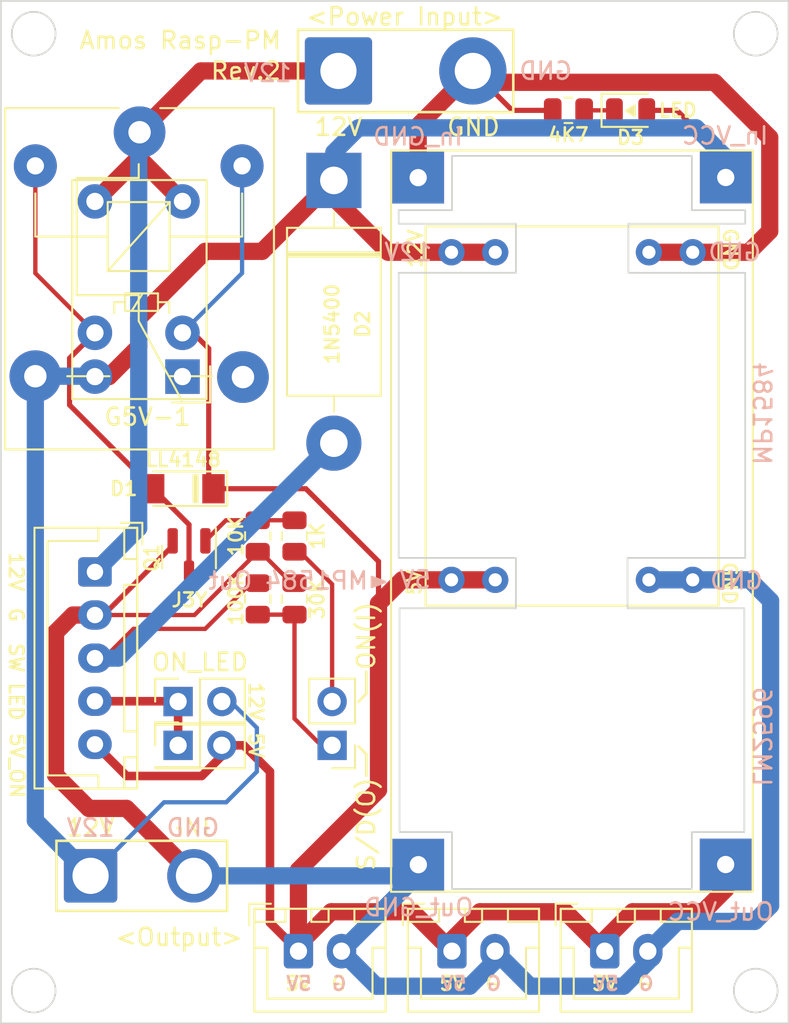
<source format=kicad_pcb>
(kicad_pcb (version 20211014) (generator pcbnew)
  (title_block (title "Raspberry Pie Power Module") (date "2023-01-26") (rev "2") (company "Amos Home"))
  (layers (0 "F.Cu" signal) (31 "B.Cu" signal) (34 "B.Paste" user) (35 "F.Paste" user) (36 "B.SilkS" user "B.Silkscreen") (37 "F.SilkS" user "F.Silkscreen") (38 "B.Mask" user) (39 "F.Mask" user) (44 "Edge.Cuts" user))
  (net 0 "")
  (net 2 "Relay_Coil_2")
  (net 3 "5V_ON")
  (net 4 "12V_ON")
  (net 5 "InGND")
  (net 6 "/SWITCH")
  (net 7 "Net-(D3-Pad1)")
  (net 8 "/ON_LED")
  (net 9 "/POWER_SIG")
  (net 10 "/SHUTDOWN")
  (net 11 "Relay_In")
  (net 12 "Net-(Q1-Pad1)")
  (footprint "rasp_power_module:MP1584_dcdc_module" (layer "F.Cu") (at 163.449 70.485 -90)
    (fp_text reference "DCDC1" hide)
    (fp_text value "MP1584_module")
    (fp_rect (start 0 0) (end 22 17) (layer "F.SilkS") (width 0.12) (fill none))
    (pad "1" thru_hole circle (at 1.5 12.96 270) (size 1.524 1.524) (drill 0.762) (layers *.Cu *.Mask) (net 4 "12V_ON"))
    (pad "1" thru_hole circle (at 1.5 15.5 270) (size 1.524 1.524) (drill 0.762) (layers *.Cu *.Mask) (net 4 "12V_ON"))
    (pad "2" thru_hole circle (at 1.5 4.04 270) (size 1.524 1.524) (drill 0.762) (layers *.Cu *.Mask) (net 5 "InGND"))
    (pad "2" thru_hole circle (at 1.5 1.5 270) (size 1.524 1.524) (drill 0.762) (layers *.Cu *.Mask) (net 5 "InGND"))
    (pad "3" thru_hole circle (at 20.5 15.5 270) (size 1.524 1.524) (drill 0.762) (layers *.Cu *.Mask) (net 3 "5V_ON"))
    (pad "3" thru_hole circle (at 20.5 12.96 270) (size 1.524 1.524) (drill 0.762) (layers *.Cu *.Mask) (net 3 "5V_ON"))
    (pad "4" thru_hole circle (at 20.5 4.04 270) (size 1.524 1.524) (drill 0.762) (layers *.Cu *.Mask) (net 5 "InGND"))
    (pad "4" thru_hole circle (at 20.5 1.5 270) (size 1.524 1.524) (drill 0.762) (layers *.Cu *.Mask) (net 5 "InGND"))
  )
  (footprint "Resistor_SMD:R_0805_2012Metric" (layer "F.Cu") (at 138.8364 88.4428 90)
    (fp_text reference "R1" hide)
    (fp_text value "1K" (at 0 1.3208 90) (layer "F.SilkS") (effects (font (size 0.8 0.8))))
    (fp_line (start -0.227064 0.735) (end 0.227064 0.735) (layer "F.SilkS") (width 0.12))
    (fp_line (start -0.227064 -0.735) (end 0.227064 -0.735) (layer "F.SilkS") (width 0.12))
    (pad "1" smd roundrect (at -0.9125 0 90) (size 1.025 1.4) (layers "F.Cu" "F.Paste" "F.Mask") (roundrect_rratio 0.243902439) (net 9 "/POWER_SIG"))
    (pad "2" smd roundrect (at 0.9125 0 90) (size 1.025 1.4) (layers "F.Cu" "F.Paste" "F.Mask") (roundrect_rratio 0.243902439) (net 12 "Net-(Q1-Pad1)"))
  )
  (footprint "rasp_power_module:LM2596_dcdc_module" (layer "F.Cu") (at 154.94 87.5792 -90)
    (fp_text reference "DCDC2" hide)
    (fp_text value "LM2596_module")
    (fp_rect (start -21.5 -10.5) (end 21.5 10.5) (layer "F.SilkS") (width 0.12) (fill none))
    (pad "1" thru_hole rect (at -19.930917 -8.927728 270) (size 3 3) (drill 1) (layers *.Cu *.Mask) (net 4 "12V_ON"))
    (pad "2" thru_hole rect (at -19.922188 8.92511 270) (size 3 3) (drill 1) (layers *.Cu *.Mask) (net 5 "InGND"))
    (pad "3" thru_hole rect (at 19.917173 -8.922444 270) (size 3 3) (drill 1) (layers *.Cu *.Mask) (net 3 "5V_ON"))
    (pad "4" thru_hole rect (at 19.926735 8.915783 270) (size 3 3) (drill 1) (layers *.Cu *.Mask) (net 5 "InGND"))
  )
  (footprint "Connector_PinHeader_2.54mm:PinHeader_2x01_P2.54mm_Vertical" (layer "F.Cu") (at 132.08 98.044)
    (fp_text reference "JP1" hide)
    (fp_text value "Jumper_2_Open" hide)
    (fp_line (start -1.33 1.27) (end 1.27 1.27) (layer "F.SilkS") (width 0.12))
    (fp_line (start 1.27 1.27) (end 1.27 -1.33) (layer "F.SilkS") (width 0.12))
    (fp_line (start -1.33 0) (end -1.33 -1.33) (layer "F.SilkS") (width 0.12))
    (fp_line (start -1.33 -1.33) (end 0 -1.33) (layer "F.SilkS") (width 0.12))
    (fp_line (start -1.33 1.27) (end -1.33 1.33) (layer "F.SilkS") (width 0.12))
    (fp_line (start -1.33 1.33) (end 3.87 1.33) (layer "F.SilkS") (width 0.12))
    (fp_line (start 3.87 -1.33) (end 3.87 1.33) (layer "F.SilkS") (width 0.12))
    (fp_line (start 1.27 -1.33) (end 3.87 -1.33) (layer "F.SilkS") (width 0.12))
    (pad "1" thru_hole rect (at 0 0) (size 1.7 1.7) (drill 1) (layers *.Cu *.Mask) (net 8 "/ON_LED"))
    (pad "2" thru_hole oval (at 2.54 0) (size 1.7 1.7) (drill 1) (layers *.Cu *.Mask) (net 4 "12V_ON"))
  )
  (footprint "Resistor_SMD:R_0805_2012Metric" (layer "F.Cu") (at 138.8364 92.0896 -90)
    (fp_text reference "R4" hide)
    (fp_text value "30K" (at 0.0108 -1.3208 -90) (layer "F.SilkS") (effects (font (size 0.8 0.8))))
    (fp_line (start -0.227064 -0.735) (end 0.227064 -0.735) (layer "F.SilkS") (width 0.12))
    (fp_line (start -0.227064 0.735) (end 0.227064 0.735) (layer "F.SilkS") (width 0.12))
    (pad "1" smd roundrect (at -0.9125 0 270) (size 1.025 1.4) (layers "F.Cu" "F.Paste" "F.Mask") (roundrect_rratio 0.243902439) (net 5 "InGND"))
    (pad "2" smd roundrect (at 0.9125 0 270) (size 1.025 1.4) (layers "F.Cu" "F.Paste" "F.Mask") (roundrect_rratio 0.243902439) (net 10 "/SHUTDOWN"))
  )
  (footprint "Connector_Wire:SolderWire-1.5sqmm_1x02_P6mm_D1.7mm_OD3mm" (layer "F.Cu") (at 127 108.1532)
    (fp_text reference "J5")
    (fp_text value "Conn_01x02" hide)
    (pad "1" thru_hole roundrect (at 0 0) (size 3.1 3.1) (drill 2.1) (layers *.Cu *.Mask) (roundrect_rratio 0.08064483871) (net 4 "12V_ON"))
    (pad "2" thru_hole circle (at 6 0) (size 3.1 3.1) (drill 2.1) (layers *.Cu *.Mask) (net 5 "InGND"))
  )
  (footprint "Diode_THT:D_DO-201AD_P15.24mm_Horizontal" (layer "F.Cu") (at 141.1224 67.818 -90)
    (fp_text reference "D2" (at 8.3312 -1.6764 -90) (layer "F.SilkS") (effects (font (size 0.8 0.8))))
    (fp_text value "1N5400" (at 8.3312 0.1016 -90) (layer "F.SilkS") (effects (font (size 0.8 0.8))))
    (fp_line (start 1.84 0) (end 2.75 0) (layer "F.SilkS") (width 0.12))
    (fp_line (start 2.75 2.72) (end 12.49 2.72) (layer "F.SilkS") (width 0.12))
    (fp_line (start 12.49 -2.72) (end 2.75 -2.72) (layer "F.SilkS") (width 0.12))
    (fp_line (start 13.4 0) (end 12.49 0) (layer "F.SilkS") (width 0.12))
    (fp_line (start 4.415 -2.72) (end 4.415 2.72) (layer "F.SilkS") (width 0.12))
    (fp_line (start 4.295 -2.72) (end 4.295 2.72) (layer "F.SilkS") (width 0.12))
    (fp_line (start 4.175 -2.72) (end 4.175 2.72) (layer "F.SilkS") (width 0.12))
    (fp_line (start 12.49 2.72) (end 12.49 -2.72) (layer "F.SilkS") (width 0.12))
    (fp_line (start 2.75 -2.72) (end 2.75 2.72) (layer "F.SilkS") (width 0.12))
    (pad "1" thru_hole rect (at 0 0 270) (size 3.2 3.2) (drill 1.6) (layers *.Cu *.Mask) (net 4 "12V_ON"))
    (pad "2" thru_hole oval (at 15.24 0 270) (size 3.2 3.2) (drill 1.6) (layers *.Cu *.Mask) (net 6 "/SWITCH"))
  )
  (footprint "Resistor_SMD:R_0805_2012Metric" (layer "F.Cu") (at 136.7028 88.4428 90)
    (fp_text reference "R2" hide)
    (fp_text value "10K" (at 0 -1.27 90) (layer "F.SilkS") (effects (font (size 0.8 0.8))))
    (fp_line (start -0.227064 -0.735) (end 0.227064 -0.735) (layer "F.SilkS") (width 0.12))
    (fp_line (start -0.227064 0.735) (end 0.227064 0.735) (layer "F.SilkS") (width 0.12))
    (pad "1" smd roundrect (at -0.9125 0 90) (size 1.025 1.4) (layers "F.Cu" "F.Paste" "F.Mask") (roundrect_rratio 0.243902439) (net 5 "InGND"))
    (pad "2" smd roundrect (at 0.9125 0 90) (size 1.025 1.4) (layers "F.Cu" "F.Paste" "F.Mask") (roundrect_rratio 0.243902439) (net 12 "Net-(Q1-Pad1)"))
  )
  (footprint "Connector_PinHeader_2.54mm:PinHeader_1x02_P2.54mm_Vertical" (layer "F.Cu") (at 141.0208 100.584 180)
    (fp_text reference "J3" hide)
    (fp_text value "Conn_01x02" hide)
    (fp_line (start -1.33 0) (end -1.33 -1.33) (layer "F.SilkS") (width 0.12))
    (fp_line (start -1.33 1.27) (end -1.33 3.87) (layer "F.SilkS") (width 0.12))
    (fp_line (start -1.33 1.27) (end 1.33 1.27) (layer "F.SilkS") (width 0.12))
    (fp_line (start -1.33 -1.33) (end 0 -1.33) (layer "F.SilkS") (width 0.12))
    (fp_line (start 1.33 1.27) (end 1.33 3.87) (layer "F.SilkS") (width 0.12))
    (fp_line (start -1.33 3.87) (end 1.33 3.87) (layer "F.SilkS") (width 0.12))
    (pad "1" thru_hole rect (at 0 0 180) (size 1.7 1.7) (drill 1) (layers *.Cu *.Mask) (net 10 "/SHUTDOWN"))
    (pad "2" thru_hole oval (at 0 2.54 180) (size 1.7 1.7) (drill 1) (layers *.Cu *.Mask) (net 9 "/POWER_SIG"))
  )
  (footprint "Relay_THT:Relay_SPDT_Omron_G5V-1" (layer "F.Cu") (at 132.334 79.1972 180)
    (fp_text reference "K1" hide)
    (fp_text value "G5V-1")
    (fp_line (start 0.762 3.683) (end 0.762 4.318) (layer "F.SilkS") (width 0.12))
    (fp_line (start -1.4 11.4) (end -1.4 -1.3) (layer "F.SilkS") (width 0.12))
    (fp_line (start 3.327 3.81) (end 1.422 3.81) (layer "F.SilkS") (width 0.12))
    (fp_line (start 6.4 11.4) (end -1.4 11.4) (layer "F.SilkS") (width 0.12))
    (fp_line (start 3.962 3.683) (end 3.962 4.318) (layer "F.SilkS") (width 0.12))
    (fp_line (start 3.962 4.318) (end 3.327 4.318) (layer "F.SilkS") (width 0.12))
    (fp_line (start 1.422 3.81) (end 1.422 4.826) (layer "F.SilkS") (width 0.12))
    (fp_line (start 1.422 4.826) (end 3.327 4.826) (layer "F.SilkS") (width 0.12))
    (fp_line (start 2.946 3.81) (end 2.311 4.826) (layer "F.SilkS") (width 0.12))
    (fp_line (start 6.4 -1.3) (end 6.4 11.4) (layer "F.SilkS") (width 0.12))
    (fp_line (start -1.6 -1.5) (end 0.6 -1.5) (layer "F.SilkS") (width 0.12))
    (fp_line (start -1.6 0.6) (end -1.6 -1.5) (layer "F.SilkS") (width 0.12))
    (fp_line (start -1.4 -1.3) (end 6.4 -1.3) (layer "F.SilkS") (width 0.12))
    (fp_line (start 3.327 3.81) (end 3.327 4.826) (layer "F.SilkS") (width 0.12))
    (fp_line (start 0.762 4.318) (end 1.422 4.318) (layer "F.SilkS") (width 0.12))
    (pad "1" thru_hole rect (at 0 0 180) (size 2 2) (drill 1) (layers *.Cu *.Mask))
    (pad "2" thru_hole circle (at 0 2.54 180) (size 2 2) (drill 1) (layers *.Cu *.Mask) (net 3 "5V_ON"))
    (pad "5" thru_hole circle (at 0 10.16 180) (size 2 2) (drill 1) (layers *.Cu *.Mask) (net 11 "Relay_In"))
    (pad "6" thru_hole circle (at 5.08 10.16 180) (size 2 2) (drill 1) (layers *.Cu *.Mask) (net 11 "Relay_In"))
    (pad "9" thru_hole circle (at 5.08 2.54 180) (size 2 2) (drill 1) (layers *.Cu *.Mask) (net 2 "Relay_Coil_2"))
    (pad "10" thru_hole circle (at 5.08 0 180) (size 2 2) (drill 1) (layers *.Cu *.Mask) (net 4 "12V_ON"))
  )
  (footprint "Connector_JST:JST_XH_B2B-XH-A_1x02_P2.50mm_Vertical" (layer "F.Cu") (at 139.065 112.522)
    (fp_text reference "J7" hide)
    (fp_text value "Conn_01x02" hide)
    (fp_line (start 5.06 -2.46) (end -2.56 -2.46) (layer "F.SilkS") (width 0.12))
    (fp_line (start 0.75 -1.7) (end 1.75 -1.7) (layer "F.SilkS") (width 0.12))
    (fp_line (start -1.8 2.75) (end 1.25 2.75) (layer "F.SilkS") (width 0.12))
    (fp_line (start -1.6 -2.75) (end -2.85 -2.75) (layer "F.SilkS") (width 0.12))
    (fp_line (start -2.56 -2.46) (end -2.56 3.51) (layer "F.SilkS") (width 0.12))
    (fp_line (start 4.3 2.75) (end 1.25 2.75) (layer "F.SilkS") (width 0.12))
    (fp_line (start 5.05 -2.45) (end 3.25 -2.45) (layer "F.SilkS") (width 0.12))
    (fp_line (start 1.75 -1.7) (end 1.75 -2.45) (layer "F.SilkS") (width 0.12))
    (fp_line (start 0.75 -2.45) (end 0.75 -1.7) (layer "F.SilkS") (width 0.12))
    (fp_line (start -2.55 -1.7) (end -0.75 -1.7) (layer "F.SilkS") (width 0.12))
    (fp_line (start 5.06 3.51) (end 5.06 -2.46) (layer "F.SilkS") (width 0.12))
    (fp_line (start 3.25 -2.45) (end 3.25 -1.7) (layer "F.SilkS") (width 0.12))
    (fp_line (start 5.05 -1.7) (end 5.05 -2.45) (layer "F.SilkS") (width 0.12))
    (fp_line (start 1.75 -2.45) (end 0.75 -2.45) (layer "F.SilkS") (width 0.12))
    (fp_line (start 4.3 -0.2) (end 4.3 2.75) (layer "F.SilkS") (width 0.12))
    (fp_line (start 3.25 -1.7) (end 5.05 -1.7) (layer "F.SilkS") (width 0.12))
    (fp_line (start -2.55 -0.2) (end -1.8 -0.2) (layer "F.SilkS") (width 0.12))
    (fp_line (start -2.85 -2.75) (end -2.85 -1.5) (layer "F.SilkS") (width 0.12))
    (fp_line (start 5.05 -0.2) (end 4.3 -0.2) (layer "F.SilkS") (width 0.12))
    (fp_line (start -1.8 -0.2) (end -1.8 2.75) (layer "F.SilkS") (width 0.12))
    (fp_line (start -2.55 -2.45) (end -2.55 -1.7) (layer "F.SilkS") (width 0.12))
    (fp_line (start -2.56 3.51) (end 5.06 3.51) (layer "F.SilkS") (width 0.12))
    (fp_line (start -0.75 -2.45) (end -2.55 -2.45) (layer "F.SilkS") (width 0.12))
    (fp_line (start -0.75 -1.7) (end -0.75 -2.45) (layer "F.SilkS") (width 0.12))
    (pad "1" thru_hole roundrect (at 0 0) (size 1.7 2) (drill 1) (layers *.Cu *.Mask) (roundrect_rratio 0.1470588235) (net 3 "5V_ON"))
    (pad "2" thru_hole oval (at 2.5 0) (size 1.7 2) (drill 1) (layers *.Cu *.Mask) (net 5 "InGND"))
  )
  (footprint "Resistor_SMD:R_0805_2012Metric" (layer "F.Cu") (at 154.7368 63.754)
    (fp_text reference "R5" hide)
    (fp_text value "4K7" (at 0 1.4224) (layer "F.SilkS") (effects (font (size 0.8 0.8))))
    (fp_line (start -0.227064 -0.735) (end 0.227064 -0.735) (layer "F.SilkS") (width 0.12))
    (fp_line (start -0.227064 0.735) (end 0.227064 0.735) (layer "F.SilkS") (width 0.12))
    (pad "1" smd roundrect (at -0.9125 0) (size 1.025 1.4) (layers "F.Cu" "F.Paste" "F.Mask") (roundrect_rratio 0.243902439) (net 5 "InGND"))
    (pad "2" smd roundrect (at 0.9125 0) (size 1.025 1.4) (layers "F.Cu" "F.Paste" "F.Mask") (roundrect_rratio 0.243902439) (net 7 "Net-(D3-Pad1)"))
  )
  (footprint "LED_SMD:LED_0805_2012Metric" (layer "F.Cu") (at 158.3436 63.754)
    (fp_text reference "D3" (at 0 1.5748 180) (layer "F.SilkS") (effects (font (size 0.8 0.8))))
    (fp_text value "LED" (at 2.7432 0) (layer "F.SilkS") (effects (font (size 0.8 0.8))))
    (fp_line (start -1.685 0.96) (end 1 0.96) (layer "F.SilkS") (width 0.12))
    (fp_line (start 1 -0.96) (end -1.685 -0.96) (layer "F.SilkS") (width 0.12))
    (fp_line (start -1.685 -0.96) (end -1.685 0.96) (layer "F.SilkS") (width 0.12))
    (pad "1" smd roundrect (at -0.9375 0) (size 0.975 1.4) (layers "F.Cu" "F.Paste" "F.Mask") (net 7 "Net-(D3-Pad1)"))
    (pad "2" smd roundrect (at 0.9375 0) (size 0.975 1.4) (layers "F.Cu" "F.Paste" "F.Mask") (net 4 "12V_ON"))
  )
  (footprint "Connector_Wire:SolderWire-1.5sqmm_1x02_P7.8mm_D1.7mm_OD3.9mm" (layer "F.Cu") (at 141.388 61.468)
    (fp_text reference "J1" hide)
    (fp_text value "Conn_01x02" hide)
    (pad "1" thru_hole roundrect (at 0 0) (size 3.9 3.9) (drill 2.1) (layers *.Cu *.Mask) (roundrect_rratio 0.06410307692) (net 11 "Relay_In"))
    (pad "2" thru_hole circle (at 7.8 0) (size 3.9 3.9) (drill 2.1) (layers *.Cu *.Mask) (net 5 "InGND"))
  )
  (footprint "Connector_JST:JST_XH_B2B-XH-A_1x02_P2.50mm_Vertical" (layer "F.Cu") (at 156.845 112.522)
    (fp_text reference "J9" hide)
    (fp_text value "Conn_01x02" hide)
    (fp_line (start -2.56 -2.46) (end -2.56 3.51) (layer "F.SilkS") (width 0.12))
    (fp_line (start 5.06 3.51) (end 5.06 -2.46) (layer "F.SilkS") (width 0.12))
    (fp_line (start -2.55 -2.45) (end -2.55 -1.7) (layer "F.SilkS") (width 0.12))
    (fp_line (start 5.05 -2.45) (end 3.25 -2.45) (layer "F.SilkS") (width 0.12))
    (fp_line (start 4.3 -0.2) (end 4.3 2.75) (layer "F.SilkS") (width 0.12))
    (fp_line (start -2.55 -0.2) (end -1.8 -0.2) (layer "F.SilkS") (width 0.12))
    (fp_line (start 3.25 -1.7) (end 5.05 -1.7) (layer "F.SilkS") (width 0.12))
    (fp_line (start 0.75 -2.45) (end 0.75 -1.7) (layer "F.SilkS") (width 0.12))
    (fp_line (start 1.75 -1.7) (end 1.75 -2.45) (layer "F.SilkS") (width 0.12))
    (fp_line (start -0.75 -1.7) (end -0.75 -2.45) (layer "F.SilkS") (width 0.12))
    (fp_line (start 1.75 -2.45) (end 0.75 -2.45) (layer "F.SilkS") (width 0.12))
    (fp_line (start -1.6 -2.75) (end -2.85 -2.75) (layer "F.SilkS") (width 0.12))
    (fp_line (start 5.06 -2.46) (end -2.56 -2.46) (layer "F.SilkS") (width 0.12))
    (fp_line (start -2.85 -2.75) (end -2.85 -1.5) (layer "F.SilkS") (width 0.12))
    (fp_line (start -2.55 -1.7) (end -0.75 -1.7) (layer "F.SilkS") (width 0.12))
    (fp_line (start 5.05 -1.7) (end 5.05 -2.45) (layer "F.SilkS") (width 0.12))
    (fp_line (start 0.75 -1.7) (end 1.75 -1.7) (layer "F.SilkS") (width 0.12))
    (fp_line (start 3.25 -2.45) (end 3.25 -1.7) (layer "F.SilkS") (width 0.12))
    (fp_line (start -2.56 3.51) (end 5.06 3.51) (layer "F.SilkS") (width 0.12))
    (fp_line (start -0.75 -2.45) (end -2.55 -2.45) (layer "F.SilkS") (width 0.12))
    (fp_line (start 5.05 -0.2) (end 4.3 -0.2) (layer "F.SilkS") (width 0.12))
    (fp_line (start 4.3 2.75) (end 1.25 2.75) (layer "F.SilkS") (width 0.12))
    (fp_line (start -1.8 -0.2) (end -1.8 2.75) (layer "F.SilkS") (width 0.12))
    (fp_line (start -1.8 2.75) (end 1.25 2.75) (layer "F.SilkS") (width 0.12))
    (pad "1" thru_hole roundrect (at 0 0) (size 1.7 2) (drill 1) (layers *.Cu *.Mask) (roundrect_rratio 0.1470588235) (net 3 "5V_ON"))
    (pad "2" thru_hole oval (at 2.5 0) (size 1.7 2) (drill 1) (layers *.Cu *.Mask) (net 5 "InGND"))
  )
  (footprint "Connector_JST:JST_XH_B2B-XH-A_1x02_P2.50mm_Vertical" (layer "F.Cu") (at 147.975 112.522)
    (fp_text reference "J8" hide)
    (fp_text value "Conn_01x02" hide)
    (fp_line (start -2.85 -2.75) (end -2.85 -1.5) (layer "F.SilkS") (width 0.12))
    (fp_line (start 0.75 -2.45) (end 0.75 -1.7) (layer "F.SilkS") (width 0.12))
    (fp_line (start 5.06 -2.46) (end -2.56 -2.46) (layer "F.SilkS") (width 0.12))
    (fp_line (start -2.55 -0.2) (end -1.8 -0.2) (layer "F.SilkS") (width 0.12))
    (fp_line (start -1.8 2.75) (end 1.25 2.75) (layer "F.SilkS") (width 0.12))
    (fp_line (start -0.75 -1.7) (end -0.75 -2.45) (layer "F.SilkS") (width 0.12))
    (fp_line (start -1.6 -2.75) (end -2.85 -2.75) (layer "F.SilkS") (width 0.12))
    (fp_line (start 5.05 -0.2) (end 4.3 -0.2) (layer "F.SilkS") (width 0.12))
    (fp_line (start 0.75 -1.7) (end 1.75 -1.7) (layer "F.SilkS") (width 0.12))
    (fp_line (start -1.8 -0.2) (end -1.8 2.75) (layer "F.SilkS") (width 0.12))
    (fp_line (start 1.75 -1.7) (end 1.75 -2.45) (layer "F.SilkS") (width 0.12))
    (fp_line (start 1.75 -2.45) (end 0.75 -2.45) (layer "F.SilkS") (width 0.12))
    (fp_line (start 5.05 -1.7) (end 5.05 -2.45) (layer "F.SilkS") (width 0.12))
    (fp_line (start 4.3 -0.2) (end 4.3 2.75) (layer "F.SilkS") (width 0.12))
    (fp_line (start 5.05 -2.45) (end 3.25 -2.45) (layer "F.SilkS") (width 0.12))
    (fp_line (start -2.55 -2.45) (end -2.55 -1.7) (layer "F.SilkS") (width 0.12))
    (fp_line (start -2.55 -1.7) (end -0.75 -1.7) (layer "F.SilkS") (width 0.12))
    (fp_line (start 4.3 2.75) (end 1.25 2.75) (layer "F.SilkS") (width 0.12))
    (fp_line (start -2.56 3.51) (end 5.06 3.51) (layer "F.SilkS") (width 0.12))
    (fp_line (start 3.25 -1.7) (end 5.05 -1.7) (layer "F.SilkS") (width 0.12))
    (fp_line (start -0.75 -2.45) (end -2.55 -2.45) (layer "F.SilkS") (width 0.12))
    (fp_line (start 3.25 -2.45) (end 3.25 -1.7) (layer "F.SilkS") (width 0.12))
    (fp_line (start 5.06 3.51) (end 5.06 -2.46) (layer "F.SilkS") (width 0.12))
    (fp_line (start -2.56 -2.46) (end -2.56 3.51) (layer "F.SilkS") (width 0.12))
    (pad "1" thru_hole roundrect (at 0 0) (size 1.7 2) (drill 1) (layers *.Cu *.Mask) (roundrect_rratio 0.1470588235) (net 3 "5V_ON"))
    (pad "2" thru_hole oval (at 2.5 0) (size 1.7 2) (drill 1) (layers *.Cu *.Mask) (net 5 "InGND"))
  )
  (footprint "Package_TO_SOT_SMD:SOT-23" (layer "F.Cu") (at 132.715 89.662 -90)
    (fp_text reference "Q1" (at 0.0508 2.159 -90) (layer "F.SilkS") (effects (font (size 0.8 0.8))))
    (fp_text value "S8050 J3Y")
    (fp_line (start 0 -1.56) (end 0.65 -1.56) (layer "F.SilkS") (width 0.12))
    (fp_line (start 0 -1.56) (end -1.675 -1.56) (layer "F.SilkS") (width 0.12))
    (fp_line (start 0 1.56) (end -0.65 1.56) (layer "F.SilkS") (width 0.12))
    (fp_line (start 0 1.56) (end 0.65 1.56) (layer "F.SilkS") (width 0.12))
    (pad "1" smd roundrect (at -0.9375 -0.95 270) (size 1.475 0.6) (layers "F.Cu" "F.Paste" "F.Mask") (net 12 "Net-(Q1-Pad1)"))
    (pad "2" smd roundrect (at -0.9375 0.95 270) (size 1.475 0.6) (layers "F.Cu" "F.Paste" "F.Mask") (net 5 "InGND"))
    (pad "3" smd roundrect (at 0.9375 0 270) (size 1.475 0.6) (layers "F.Cu" "F.Paste" "F.Mask") (net 2 "Relay_Coil_2"))
  )
  (footprint "Connector_PinHeader_2.54mm:PinHeader_2x01_P2.54mm_Vertical" (layer "F.Cu") (at 132.08 100.584)
    (fp_text reference "JP2" hide)
    (fp_text value "Jumper_2_Open" hide)
    (fp_line (start 1.27 -1.33) (end 3.87 -1.33) (layer "F.SilkS") (width 0.12))
    (fp_line (start -1.33 1.27) (end 1.27 1.27) (layer "F.SilkS") (width 0.12))
    (fp_line (start -1.33 -1.33) (end 0 -1.33) (layer "F.SilkS") (width 0.12))
    (fp_line (start -1.33 1.27) (end -1.33 1.33) (layer "F.SilkS") (width 0.12))
    (fp_line (start -1.33 1.33) (end 3.87 1.33) (layer "F.SilkS") (width 0.12))
    (fp_line (start -1.33 0) (end -1.33 -1.33) (layer "F.SilkS") (width 0.12))
    (fp_line (start 3.87 -1.33) (end 3.87 1.33) (layer "F.SilkS") (width 0.12))
    (fp_line (start 1.27 1.27) (end 1.27 -1.33) (layer "F.SilkS") (width 0.12))
    (pad "1" thru_hole rect (at 0 0) (size 1.7 1.7) (drill 1) (layers *.Cu *.Mask) (net 8 "/ON_LED"))
    (pad "2" thru_hole oval (at 2.54 0) (size 1.7 1.7) (drill 1) (layers *.Cu *.Mask) (net 3 "5V_ON"))
  )
  (footprint "Relay_THT:Relay_SPDT_SANYOU_SRD_Series_Form_C" (layer "F.Cu") (at 129.8448 65.024 -90)
    (fp_text reference "K2" hide)
    (fp_text value "SANYOU_SRD_Form_C")
    (fp_line (start 6.05 -5.95) (end 3.55 -5.95) (layer "F.SilkS") (width 0.12))
    (fp_line (start 9.45 0.05) (end 10.95 0.05) (layer "F.SilkS") (width 0.12))
    (fp_line (start 6.05 -5.95) (end 6.05 -1.75) (layer "F.SilkS") (width 0.12))
    (fp_line (start 4.05 -1.75) (end 8.05 -1.75) (layer "F.SilkS") (width 0.12))
    (fp_line (start 6.05 1.85) (end 6.05 6.05) (layer "F.SilkS") (width 0.12))
    (fp_line (start -1.4 1.2) (end -1.4 7.8) (layer "F.SilkS") (width 0.12))
    (fp_line (start 10.95 0.05) (end 15.55 -2.45) (layer "F.SilkS") (width 0.12))
    (fp_line (start 9.45 3.65) (end 2.65 3.65) (layer "F.SilkS") (width 0.12))
    (fp_line (start -1.4 -7.8) (end -1.4 -1.2) (layer "F.SilkS") (width 0.12))
    (fp_line (start 2.65 0.05) (end 1.85 0.05) (layer "F.SilkS") (width 0.12))
    (fp_line (start 8.05 1.85) (end 4.05 -1.75) (layer "F.SilkS") (width 0.12))
    (fp_line (start 8.05 1.85) (end 4.05 1.85) (layer "F.SilkS") (width 0.12))
    (fp_line (start 3.55 6.05) (end 6.05 6.05) (layer "F.SilkS") (width 0.12))
    (fp_line (start 14.15 -4.2) (end 14.15 -1.7) (layer "F.SilkS") (width 0.12))
    (fp_line (start 18.4 7.8) (end -1.4 7.8) (layer "F.SilkS") (width 0.12))
    (fp_line (start 2.65 0.05) (end 2.65 3.65) (layer "F.SilkS") (width 0.12))
    (fp_line (start 18.4 -7.8) (end 18.4 7.8) (layer "F.SilkS") (width 0.12))
    (fp_line (start 8.05 -1.75) (end 8.05 1.85) (layer "F.SilkS") (width 0.12))
    (fp_line (start 9.45 0.05) (end 9.45 3.65) (layer "F.SilkS") (width 0.12))
    (fp_line (start 14.15 4.2) (end 14.15 1.75) (layer "F.SilkS") (width 0.12))
    (fp_line (start -1.4 -7.8) (end 18.4 -7.8) (layer "F.SilkS") (width 0.12))
    (fp_line (start 4.05 1.85) (end 4.05 -1.75) (layer "F.SilkS") (width 0.12))
    (pad "1" thru_hole circle (at 0 0) (size 3 3) (drill 1.3) (layers *.Cu *.Mask) (net 11 "Relay_In"))
    (pad "2" thru_hole circle (at 1.95 6.05) (size 2.5 2.5) (drill 1) (layers *.Cu *.Mask) (net 2 "Relay_Coil_2"))
    (pad "3" thru_hole circle (at 14.15 6.05) (size 3 3) (drill 1.3) (layers *.Cu *.Mask) (net 4 "12V_ON"))
    (pad "4" thru_hole circle (at 14.2 -6) (size 3 3) (drill 1.3) (layers *.Cu *.Mask))
    (pad "5" thru_hole circle (at 1.95 -5.95) (size 2.5 2.5) (drill 1) (layers *.Cu *.Mask) (net 3 "5V_ON"))
  )
  (footprint "Diode_SMD:D_MiniMELF" (layer "F.Cu") (at 132.3848 85.6996 180)
    (fp_text reference "D1" (at 3.4544 0) (layer "F.SilkS") (effects (font (size 0.8 0.8))))
    (fp_text value "LL4148" (at 0 1.6764 180) (layer "F.SilkS") (effects (font (size 0.8 0.8))))
    (fp_line (start 1.75 -1) (end -2.55 -1) (layer "F.SilkS") (width 0.12))
    (fp_line (start -2.55 -1) (end -2.55 1) (layer "F.SilkS") (width 0.12))
    (fp_line (start -2.55 1) (end 1.75 1) (layer "F.SilkS") (width 0.12))
    (pad "1" smd rect (at -1.75 0 180) (size 1.3 1.7) (layers "F.Cu" "F.Paste" "F.Mask") (net 3 "5V_ON"))
    (pad "2" smd rect (at 1.75 0 180) (size 1.3 1.7) (layers "F.Cu" "F.Paste" "F.Mask") (net 2 "Relay_Coil_2"))
  )
  (footprint "Connector_JST:JST_XH_B5B-XH-A_1x05_P2.50mm_Vertical" (layer "F.Cu") (at 127.254 90.5256 -90)
    (fp_text reference "J2" hide)
    (fp_text value "Conn_01x05" hide)
    (fp_line (start -2.55 -2.45) (end -2.55 -1.7) (layer "F.SilkS") (width 0.12))
    (fp_line (start 11.8 2.75) (end 5 2.75) (layer "F.SilkS") (width 0.12))
    (fp_line (start 11.8 -0.2) (end 11.8 2.75) (layer "F.SilkS") (width 0.12))
    (fp_line (start 9.25 -1.7) (end 9.25 -2.45) (layer "F.SilkS") (width 0.12))
    (fp_line (start 12.55 -2.45) (end 10.75 -2.45) (layer "F.SilkS") (width 0.12))
    (fp_line (start -1.8 2.75) (end 5 2.75) (layer "F.SilkS") (width 0.12))
    (fp_line (start -2.55 -0.2) (end -1.8 -0.2) (layer "F.SilkS") (width 0.12))
    (fp_line (start 12.56 -2.46) (end -2.56 -2.46) (layer "F.SilkS") (width 0.12))
    (fp_line (start -2.56 -2.46) (end -2.56 3.51) (layer "F.SilkS") (width 0.12))
    (fp_line (start 12.55 -1.7) (end 12.55 -2.45) (layer "F.SilkS") (width 0.12))
    (fp_line (start 9.25 -2.45) (end 0.75 -2.45) (layer "F.SilkS") (width 0.12))
    (fp_line (start -0.75 -2.45) (end -2.55 -2.45) (layer "F.SilkS") (width 0.12))
    (fp_line (start 12.55 -0.2) (end 11.8 -0.2) (layer "F.SilkS") (width 0.12))
    (fp_line (start -2.56 3.51) (end 12.56 3.51) (layer "F.SilkS") (width 0.12))
    (fp_line (start -1.6 -2.75) (end -2.85 -2.75) (layer "F.SilkS") (width 0.12))
    (fp_line (start -1.8 -0.2) (end -1.8 2.75) (layer "F.SilkS") (width 0.12))
    (fp_line (start 0.75 -1.7) (end 9.25 -1.7) (layer "F.SilkS") (width 0.12))
    (fp_line (start -2.55 -1.7) (end -0.75 -1.7) (layer "F.SilkS") (width 0.12))
    (fp_line (start 10.75 -2.45) (end 10.75 -1.7) (layer "F.SilkS") (width 0.12))
    (fp_line (start -0.75 -1.7) (end -0.75 -2.45) (layer "F.SilkS") (width 0.12))
    (fp_line (start -2.85 -2.75) (end -2.85 -1.5) (layer "F.SilkS") (width 0.12))
    (fp_line (start 10.75 -1.7) (end 12.55 -1.7) (layer "F.SilkS") (width 0.12))
    (fp_line (start 12.56 3.51) (end 12.56 -2.46) (layer "F.SilkS") (width 0.12))
    (fp_line (start 0.75 -2.45) (end 0.75 -1.7) (layer "F.SilkS") (width 0.12))
    (pad "1" thru_hole roundrect (at 0 0 270) (size 1.7 1.95) (drill 0.95) (layers *.Cu *.Mask) (roundrect_rratio 0.1470588235) (net 11 "Relay_In"))
    (pad "2" thru_hole oval (at 2.5 0 270) (size 1.7 1.95) (drill 0.95) (layers *.Cu *.Mask) (net 5 "InGND"))
    (pad "3" thru_hole oval (at 5 0 270) (size 1.7 1.95) (drill 0.95) (layers *.Cu *.Mask) (net 6 "/SWITCH"))
    (pad "4" thru_hole oval (at 7.5 0 270) (size 1.7 1.95) (drill 0.95) (layers *.Cu *.Mask) (net 8 "/ON_LED"))
    (pad "5" thru_hole oval (at 10 0 270) (size 1.7 1.95) (drill 0.95) (layers *.Cu *.Mask) (net 3 "5V_ON"))
  )
  (footprint "Resistor_SMD:R_0805_2012Metric" (layer "F.Cu") (at 136.7028 92.0896 -90)
    (fp_text reference "R3" hide)
    (fp_text value "100K" (at 0.0108 1.27 -90) (layer "F.SilkS") (effects (font (size 0.8 0.8))))
    (fp_line (start -0.227064 0.735) (end 0.227064 0.735) (layer "F.SilkS") (width 0.12))
    (fp_line (start -0.227064 -0.735) (end 0.227064 -0.735) (layer "F.SilkS") (width 0.12))
    (pad "1" smd roundrect (at -0.9125 0 270) (size 1.025 1.4) (layers "F.Cu" "F.Paste" "F.Mask") (roundrect_rratio 0.243902439) (net 6 "/SWITCH"))
    (pad "2" smd roundrect (at 0.9125 0 270) (size 1.025 1.4) (layers "F.Cu" "F.Paste" "F.Mask") (roundrect_rratio 0.243902439) (net 10 "/SHUTDOWN"))
  )
  (gr_rect (start 132.9944 84.9376) (end 133.1976 86.4616) (layer "F.SilkS") (width 0.15) (fill solid))
  (gr_rect (start 125.0188 106.1212) (end 134.9248 110.1852) (layer "F.SilkS") (width 0.15) (fill none))
  (gr_line (start 142.554 98.0648) (end 143.002 97.5868) (layer "F.SilkS") (width 0.15))
  (gr_rect (start 139.0396 59.0804) (end 151.5364 63.8556) (layer "F.SilkS") (width 0.15) (fill none))
  (gr_line (start 143.002 97.5868) (end 143.002 96.3168) (layer "F.SilkS") (width 0.15))
  (gr_line (start 143.002 101.092) (end 143.002 102.362) (layer "F.SilkS") (width 0.15))
  (gr_line (start 142.554 100.6348) (end 143.002 101.092) (layer "F.SilkS") (width 0.15))
  (gr_circle (center 165.608 59.309) (end 166.878 59.309) (layer "Edge.Cuts") (width 0.1) (fill none))
  (gr_circle (center 165.608 114.808) (end 166.878 114.808) (layer "Edge.Cuts") (width 0.1) (fill none))
  (gr_poly (pts (xy 151.6888 73.17466) (xy 151.6888 70.329193) (xy 144.8816 70.329193) (xy 144.8816 69.5452) (xy 147.9804 69.5452) (xy 147.9804 66.3956) (xy 161.8996 66.3956) (xy 161.8996 69.5452) (xy 164.9984 69.5452) (xy 164.9984 70.329193) (xy 158.2166 70.329193) (xy 158.2166 73.17556) (xy 164.9984 73.17556) (xy 164.9984 89.7128) (xy 158.1658 89.7128) (xy 158.1658 92.635639) (xy 164.9476 92.635639) (xy 164.9476 105.6132) (xy 161.8996 105.6132) (xy 161.8996 108.9152) (xy 147.9804 108.9152) (xy 147.9804 105.6132) (xy 144.9324 105.6132) (xy 144.9324 92.633546) (xy 151.6888 92.633546) (xy 151.6888 89.7128) (xy 144.8816 89.7128) (xy 144.8816 73.17466)) (layer "Edge.Cuts") (width 0.1) (fill none))
  (gr_circle (center 123.698 59.309) (end 124.968 59.309) (layer "Edge.Cuts") (width 0.1) (fill none))
  (gr_circle (center 123.698 114.808) (end 124.968 114.808) (layer "Edge.Cuts") (width 0.1) (fill none))
  (gr_rect (start 167.513 57.404) (end 121.793 116.713) (layer "Edge.Cuts") (width 0.1) (fill none))
  (gr_text "12V" (at 145.4404 71.9836) (layer "B.SilkS") (effects (font (size 1 1)) (justify mirror)))
  (gr_text "Out_GND" (at 146.05 109.982) (layer "B.SilkS") (effects (font (size 1 1)) (justify mirror)))
  (gr_text "Out_VCC" (at 163.576 110.236) (layer "B.SilkS") (effects (font (size 1 1)) (justify mirror)))
  (gr_text "G  5V" (at 157.9372 114.4016) (layer "B.SilkS") (effects (font (size 0.8 0.8)) (justify mirror)))
  (gr_text "◄MP1584 Out" (at 139.0904 91.0336) (layer "B.SilkS") (effects (font (size 1 1)) (justify mirror)))
  (gr_text "LM2596" (at 165.9636 100.076 270) (layer "B.SilkS") (effects (font (size 1 1)) (justify mirror)))
  (gr_text "In_VCC" (at 163.83 65.2272) (layer "B.SilkS") (effects (font (size 1 1)) (justify mirror)))
  (gr_text "In_GND" (at 145.9992 65.278) (layer "B.SilkS") (effects (font (size 1 1)) (justify mirror)))
  (gr_text "GND" (at 132.9436 105.3592) (layer "B.SilkS") (effects (font (size 1 1)) (justify mirror)))
  (gr_text "G  5V" (at 149.098 114.4016) (layer "B.SilkS") (effects (font (size 0.8 0.8)) (justify mirror)))
  (gr_text "GND" (at 153.416 61.468) (layer "B.SilkS") (effects (font (size 1 1)) (justify mirror)))
  (gr_text "G  5V" (at 140.1064 114.4016) (layer "B.SilkS") (effects (font (size 0.8 0.8)) (justify mirror)))
  (gr_text "12V" (at 127 105.3592) (layer "B.SilkS") (effects (font (size 1 1)) (justify mirror)))
  (gr_text "GND" (at 164.3888 71.9836) (layer "B.SilkS") (effects (font (size 1 1)) (justify mirror)))
  (gr_text "12V" (at 137.287 61.595) (layer "B.SilkS") (effects (font (size 1 1)) (justify mirror)))
  (gr_text "5V" (at 145.8468 90.9828) (layer "B.SilkS") (effects (font (size 1 1)) (justify mirror)))
  (gr_text "MP1584" (at 165.9636 81.3308 270) (layer "B.SilkS") (effects (font (size 1 1)) (justify mirror)))
  (gr_text "GND" (at 164.4904 91.0336) (layer "B.SilkS") (effects (font (size 1 1)) (justify mirror)))
  (gr_text "5V" (at 136.6012 100.584 270) (layer "F.SilkS") (effects (font (size 0.8 0.8))))
  (gr_text "S/D(O)" (at 143.002 105.156 90) (layer "F.SilkS") (effects (font (size 1 1))))
  (gr_text "5V_ON" (at 122.7328 101.7524 270) (layer "F.SilkS") (effects (font (size 0.8 0.8))))
  (gr_text "SW" (at 122.682 95.504 270) (layer "F.SilkS") (effects (font (size 0.8 0.8))))
  (gr_text "<Power Input>" (at 145.2372 58.3184) (layer "F.SilkS") (effects (font (size 1 1))))
  (gr_text "GND" (at 132.9436 105.3592) (layer "F.SilkS") (effects (font (size 1 1))))
  (gr_text "LED" (at 122.682 98.044 270) (layer "F.SilkS") (effects (font (size 0.8 0.8))))
  (gr_text "ON_LED" (at 133.35 95.758) (layer "F.SilkS") (effects (font (size 1 1))))
  (gr_text "G" (at 122.682 93.0148 270) (layer "F.SilkS") (effects (font (size 0.8 0.8))))
  (gr_text "ON(I)" (at 143.002 94.234 90) (layer "F.SilkS") (effects (font (size 1 1))))
  (gr_text "12V" (at 136.6012 98.044 270) (layer "F.SilkS") (effects (font (size 0.8 0.8))))
  (gr_text "12V" (at 141.388 64.7192) (layer "F.SilkS") (effects (font (size 1 1))))
  (gr_text "J3Y" (at 132.7404 92.1512) (layer "F.SilkS") (effects (font (size 0.8 0.8))))
  (gr_text "5V  G" (at 148.9964 114.4016) (layer "F.SilkS") (effects (font (size 0.8 0.8))))
  (gr_text "◄" (at 158.3436 63.7032) (layer "F.SilkS") (effects (font (size 1 0.6))))
  (gr_text "GND" (at 164.1348 71.8312 270) (layer "F.SilkS") (effects (font (size 0.8 0.8))))
  (gr_text "5V  G" (at 157.8356 114.4016) (layer "F.SilkS") (effects (font (size 0.8 0.8))))
  (gr_text "G5V-1" (at 130.302 81.534) (layer "F.SilkS") (effects (font (size 1 1))))
  (gr_text "GND" (at 164.084 91.186 -90) (layer "F.SilkS") (effects (font (size 0.8 0.8))))
  (gr_text "5V  G" (at 140.0556 114.4016) (layer "F.SilkS") (effects (font (size 0.8 0.8))))
  (gr_text "12V" (at 127 105.3592) (layer "F.SilkS") (effects (font (size 1 1))))
  (gr_text "<Output>" (at 132.1308 111.7092) (layer "F.SilkS") (effects (font (size 1 1))))
  (gr_text "GND" (at 149.225 64.7192) (layer "F.SilkS") (effects (font (size 1 1))))
  (gr_text "5V" (at 145.796 91.1352 90) (layer "F.SilkS") (effects (font (size 0.8 0.8))))
  (gr_text "Amos Rasp-PM" (at 132.207 59.69) (layer "F.SilkS") (effects (font (size 1 1))))
  (gr_text "12V" (at 145.8468 71.7804 90) (layer "F.SilkS") (effects (font (size 0.8 0.8))))
  (gr_text "Rev.2" (at 136.017 61.468) (layer "F.SilkS") (effects (font (size 1 1))))
  (gr_text "12V" (at 122.682 90.5256 270) (layer "F.SilkS") (effects (font (size 0.8 0.8))))
  (segment (start 125.7808 78.1304) (end 125.7808 80.8456) (width 0.3) (layer "F.Cu") (net 2))
  (segment (start 127.254 76.6572) (end 125.7808 78.1304) (width 0.3) (layer "F.Cu") (net 2))
  (segment (start 132.715 90.5995) (end 132.715 87.7798) (width 0.3) (layer "F.Cu") (net 2))
  (segment (start 123.7948 66.974) (end 123.7948 73.198) (width 0.25) (layer "F.Cu") (net 2))
  (segment (start 132.715 87.7798) (end 130.6348 85.6996) (width 0.3) (layer "F.Cu") (net 2))
  (segment (start 125.7808 80.8456) (end 130.6348 85.6996) (width 0.3) (layer "F.Cu") (net 2))
  (segment (start 123.7948 73.198) (end 127.254 76.6572) (width 0.25) (layer "F.Cu") (net 2))
  (segment (start 143.7132 89.916) (end 139.4968 85.6996) (width 0.3) (layer "F.Cu") (net 3))
  (segment (start 162.56 110.236) (end 158.46425 110.236) (width 1) (layer "F.Cu") (net 3))
  (segment (start 134.1348 85.6996) (end 133.858 85.4228) (width 0.3) (layer "F.Cu") (net 3))
  (segment (start 145.0826 90.985) (end 147.949 90.985) (width 1) (layer "F.Cu") (net 3))
  (segment (start 139.065 107.823) (end 139.065 112.141) (width 1) (layer "F.Cu") (net 3))
  (segment (start 137.414 110.871) (end 139.065 112.522) (width 0.5) (layer "F.Cu") (net 3))
  (segment (start 145.689 110.236) (end 140.97 110.236) (width 1) (layer "F.Cu") (net 3))
  (segment (start 140.97 110.236) (end 139.065 112.141) (width 1) (layer "F.Cu") (net 3))
  (segment (start 154.559 110.236) (end 149.606 110.236) (width 1) (layer "F.Cu") (net 3))
  (segment (start 149.606 110.236) (end 147.975 111.867) (width 1) (layer "F.Cu") (net 3))
  (segment (start 143.7132 103.1748) (end 139.065 107.823) (width 1) (layer "F.Cu") (net 3))
  (segment (start 147.975 112.522) (end 145.689 110.236) (width 1) (layer "F.Cu") (net 3))
  (segment (start 129.0904 102.362) (end 127.254 100.5256) (width 0.5) (layer "F.Cu") (net 3))
  (segment (start 135.89 100.584) (end 137.414 102.108) (width 0.5) (layer "F.Cu") (net 3))
  (segment (start 143.7132 92.3544) (end 143.7132 89.916) (width 0.3) (layer "F.Cu") (net 3))
  (segment (start 139.4968 85.6996) (end 134.1348 85.6996) (width 0.3) (layer "F.Cu") (net 3))
  (segment (start 163.862444 108.933556) (end 162.56 110.236) (width 1) (layer "F.Cu") (net 3))
  (segment (start 133.858 77.5716) (end 132.9436 76.6572) (width 0.3) (layer "F.Cu") (net 3))
  (segment (start 134.62 100.584) (end 134.62 101.1936) (width 0.5) (layer "F.Cu") (net 3))
  (segment (start 133.858 85.4228) (end 133.858 77.5716) (width 0.3) (layer "F.Cu") (net 3))
  (segment (start 137.414 102.108) (end 137.414 110.871) (width 0.5) (layer "F.Cu") (net 3))
  (segment (start 134.62 100.584) (end 135.89 100.584) (width 0.5) (layer "F.Cu") (net 3))
  (segment (start 156.845 112.522) (end 154.559 110.236) (width 1) (layer "F.Cu") (net 3))
  (segment (start 139.065 112.141) (end 139.065 112.522) (width 1) (layer "F.Cu") (net 3))
  (segment (start 133.4516 102.362) (end 129.0904 102.362) (width 0.5) (layer "F.Cu") (net 3))
  (segment (start 147.975 111.867) (end 147.975 112.522) (width 1) (layer "F.Cu") (net 3))
  (segment (start 132.9436 76.6572) (end 132.334 76.6572) (width 0.3) (layer "F.Cu") (net 3))
  (segment (start 134.62 101.1936) (end 133.4516 102.362) (width 0.5) (layer "F.Cu") (net 3))
  (segment (start 143.7132 92.3544) (end 145.0826 90.985) (width 1) (layer "F.Cu") (net 3))
  (segment (start 163.862444 107.547173) (end 163.862444 108.933556) (width 1) (layer "F.Cu") (net 3))
  (segment (start 156.845 111.85525) (end 156.845 112.522) (width 1) (layer "F.Cu") (net 3))
  (segment (start 147.949 90.985) (end 150.489 90.985) (width 1) (layer "F.Cu") (net 3))
  (segment (start 158.46425 110.236) (end 156.845 111.85525) (width 1) (layer "F.Cu") (net 3))
  (segment (start 143.7132 92.3544) (end 143.7132 103.1748) (width 1) (layer "F.Cu") (net 3))
  (segment (start 132.334 76.6572) (end 135.7948 73.1964) (width 0.25) (layer "B.Cu") (net 3))
  (segment (start 135.7948 73.1964) (end 135.7948 66.974) (width 0.25) (layer "B.Cu") (net 3))
  (segment (start 163.867728 67.648283) (end 163.867728 66.585728) (width 0.3) (layer "F.Cu") (net 4))
  (segment (start 144.2734 71.985) (end 141.1224 68.834) (width 1) (layer "F.Cu") (net 4))
  (segment (start 136.9568 71.9328) (end 133.6548 71.9328) (width 1) (layer "F.Cu") (net 4))
  (segment (start 133.6548 71.9328) (end 129.794 75.7936) (width 1) (layer "F.Cu") (net 4))
  (segment (start 128.0668 79.1972) (end 127.254 79.1972) (width 1) (layer "F.Cu") (net 4))
  (segment (start 147.949 71.985) (end 150.489 71.985) (width 1) (layer "F.Cu") (net 4))
  (segment (start 161.036 63.754) (end 159.2811 63.754) (width 0.3) (layer "F.Cu") (net 4))
  (segment (start 141.1224 67.818) (end 141.0716 67.818) (width 1) (layer "F.Cu") (net 4))
  (segment (start 141.1224 68.834) (end 141.1224 67.818) (width 1) (layer "F.Cu") (net 4))
  (segment (start 129.794 77.47) (end 128.0668 79.1972) (width 1) (layer "F.Cu") (net 4))
  (segment (start 147.949 71.985) (end 144.2734 71.985) (width 1) (layer "F.Cu") (net 4))
  (segment (start 163.867728 66.585728) (end 161.036 63.754) (width 0.3) (layer "F.Cu") (net 4))
  (segment (start 129.794 75.7936) (end 129.794 77.47) (width 1) (layer "F.Cu") (net 4))
  (segment (start 141.0716 67.818) (end 136.9568 71.9328) (width 1) (layer "F.Cu") (net 4))
  (segment (start 163.748811 66.365211) (end 162.1536 64.77) (width 1) (layer "B.Cu") (net 4))
  (segment (start 163.748811 67.818) (end 163.748811 66.365211) (width 1) (layer "B.Cu") (net 4))
  (segment (start 136.652 99.568) (end 136.652 102.108) (width 0.25) (layer "B.Cu") (net 4))
  (segment (start 127.2308 79.174) (end 127.254 79.1972) (width 1) (layer "B.Cu") (net 4))
  (segment (start 134.874 103.886) (end 131.2672 103.886) (width 0.25) (layer "B.Cu") (net 4))
  (segment (start 142.5448 64.77) (end 141.1224 66.1924) (width 1) (layer "B.Cu") (net 4))
  (segment (start 134.62 98.044) (end 135.128 98.044) (width 0.25) (layer "B.Cu") (net 4))
  (segment (start 127 108.1532) (end 123.7948 104.948) (width 1) (layer "B.Cu") (net 4))
  (segment (start 136.652 102.108) (end 134.874 103.886) (width 0.25) (layer "B.Cu") (net 4))
  (segment (start 123.7948 104.948) (end 123.7948 79.174) (width 1) (layer "B.Cu") (net 4))
  (segment (start 131.2672 103.886) (end 127 108.1532) (width 0.25) (layer "B.Cu") (net 4))
  (segment (start 135.128 98.044) (end 136.652 99.568) (width 0.25) (layer "B.Cu") (net 4))
  (segment (start 141.1224 66.1924) (end 141.1224 67.818) (width 1) (layer "B.Cu") (net 4))
  (segment (start 123.7948 79.174) (end 127.2308 79.174) (width 1) (layer "B.Cu") (net 4))
  (segment (start 162.1536 64.77) (end 142.5448 64.77) (width 1) (layer "B.Cu") (net 4))
  (segment (start 129.0884 104.2416) (end 133 108.1532) (width 1) (layer "F.Cu") (net 5))
  (segment (start 127.254 93.0256) (end 127.7512 93.0256) (width 0.3) (layer "F.Cu") (net 5))
  (segment (start 127.7512 93.0256) (end 131.765 89.0118) (width 0.3) (layer "F.Cu") (net 5))
  (segment (start 166.4208 65.3288) (end 166.4208 70.7644) (width 1) (layer "F.Cu") (net 5))
  (segment (start 163.2204 62.1284) (end 166.4208 65.3288) (width 1) (layer "F.Cu") (net 5))
  (segment (start 149.8484 62.1284) (end 163.2204 62.1284) (width 1) (layer "F.Cu") (net 5))
  (segment (start 149.188 61.468) (end 149.8484 62.1284) (width 1) (layer "F.Cu") (net 5))
  (segment (start 165.2002 71.985) (end 161.949 71.985) (width 1) (layer "F.Cu") (net 5))
  (segment (start 136.7028 89.3553) (end 133.0325 93.0256) (width 0.25) (layer "F.Cu") (net 5))
  (segment (start 138.6751 91.1771) (end 136.8533 89.3553) (width 0.25) (layer "F.Cu") (net 5))
  (segment (start 133.0325 93.0256) (end 127.254 93.0256) (width 0.25) (layer "F.Cu") (net 5))
  (segment (start 124.968 94.037) (end 124.968 102.3112) (width 1) (layer "F.Cu") (net 5))
  (segment (start 127.254 93.0256) (end 125.9794 93.0256) (width 1) (layer "F.Cu") (net 5))
  (segment (start 126.8984 104.2416) (end 129.0884 104.2416) (width 1) (layer "F.Cu") (net 5))
  (segment (start 161.949 71.985) (end 159.409 71.985) (width 1) (layer "F.Cu") (net 5))
  (segment (start 166.4208 70.7644) (end 165.2002 71.985) (width 1) (layer "F.Cu") (net 5))
  (segment (start 146.01489 67.657012) (end 146.01489 64.64111) (width 1) (layer "F.Cu") (net 5))
  (segment (start 151.474 63.754) (end 149.188 61.468) (width 0.3) (layer "F.Cu") (net 5))
  (segment (start 146.01489 64.64111) (end 149.188 61.468) (width 1) (layer "F.Cu") (net 5))
  (segment (start 153.8243 63.754) (end 151.474 63.754) (width 0.3) (layer "F.Cu") (net 5))
  (segment (start 125.9794 93.0256) (end 124.968 94.037) (width 1) (layer "F.Cu") (net 5))
  (segment (start 124.968 102.3112) (end 126.8984 104.2416) (width 1) (layer "F.Cu") (net 5))
  (segment (start 131.765 89.0118) (end 131.765 88.7245) (width 0.3) (layer "F.Cu") (net 5))
  (segment (start 136.8533 89.3553) (end 136.7028 89.3553) (width 0.25) (layer "F.Cu") (net 5))
  (segment (start 138.8364 91.1771) (end 138.6751 91.1771) (width 0.25) (layer "F.Cu") (net 5))
  (segment (start 166.4716 92.202) (end 166.4716 109.8804) (width 1) (layer "B.Cu") (net 5))
  (segment (start 146.024217 108.062783) (end 146.024217 107.505935) (width 1) (layer "B.Cu") (net 5))
  (segment (start 159.345 112.522) (end 159.345 113.1462) (width 1) (layer "B.Cu") (net 5))
  (segment (start 152.507 114.554) (end 150.475 112.522) (width 1) (layer "B.Cu") (net 5))
  (segment (start 145.376952 108.1532) (end 133 108.1532) (width 1) (layer "B.Cu") (net 5))
  (segment (start 165.5572 110.7948) (end 161.0722 110.7948) (width 1) (layer "B.Cu") (net 5))
  (segment (start 166.4716 109.8804) (end 165.5572 110.7948) (width 1) (layer "B.Cu") (net 5))
  (segment (start 149.0091 114.554) (end 143.597 114.554) (width 1) (layer "B.Cu") (net 5))
  (segment (start 165.2546 90.985) (end 166.4716 92.202) (width 1) (layer "B.Cu") (net 5))
  (segment (start 159.345 113.1462) (end 157.9372 114.554) (width 1) (layer "B.Cu") (net 5))
  (segment (start 150.475 113.0881) (end 149.0091 114.554) (width 1) (layer "B.Cu") (net 5))
  (segment (start 157.9372 114.554) (end 152.507 114.554) (width 1) (layer "B.Cu") (net 5))
  (segment (start 161.0722 110.7948) (end 159.345 112.522) (width 1) (layer "B.Cu") (net 5))
  (segment (start 146.024217 107.505935) (end 145.376952 108.1532) (width 1) (layer "B.Cu") (net 5))
  (segment (start 150.475 112.522) (end 150.475 113.0881) (width 1) (layer "B.Cu") (net 5))
  (segment (start 143.597 114.554) (end 141.565 112.522) (width 1) (layer "B.Cu") (net 5))
  (segment (start 159.409 90.985) (end 165.2546 90.985) (width 1) (layer "B.Cu") (net 5))
  (segment (start 141.565 112.522) (end 146.024217 108.062783) (width 1) (layer "B.Cu") (net 5))
  (segment (start 136.3053 91.1771) (end 133.6548 93.8276) (width 0.25) (layer "F.Cu") (net 6))
  (segment (start 127.7912 95.5256) (end 127.254 95.5256) (width 0.25) (layer "F.Cu") (net 6))
  (segment (start 136.7028 91.1771) (end 136.3053 91.1771) (width 0.25) (layer "F.Cu") (net 6))
  (segment (start 129.4892 93.8276) (end 127.7912 95.5256) (width 0.25) (layer "F.Cu") (net 6))
  (segment (start 133.6548 93.8276) (end 129.4892 93.8276) (width 0.25) (layer "F.Cu") (net 6))
  (segment (start 128.604 95.5256) (end 127.254 95.5256) (width 1) (layer "B.Cu") (net 6))
  (segment (start 141.0208 83.01627) (end 141.0208 83.1088) (width 1) (layer "B.Cu") (net 6))
  (segment (start 141.0208 83.1088) (end 128.604 95.5256) (width 1) (layer "B.Cu") (net 6))
  (segment (start 155.6493 63.754) (end 157.4061 63.754) (width 0.25) (layer "F.Cu") (net 7))
  (segment (start 127.254 98.0256) (end 132.0616 98.0256) (width 0.5) (layer "F.Cu") (net 8))
  (segment (start 132.0616 98.0256) (end 132.08 98.044) (width 0.5) (layer "F.Cu") (net 8))
  (segment (start 132.08 100.584) (end 132.08 98.044) (width 0.5) (layer "F.Cu") (net 8))
  (segment (start 141.0208 91.2368) (end 141.0208 98.044) (width 0.25) (layer "F.Cu") (net 9))
  (segment (start 139.1393 89.3553) (end 141.0208 91.2368) (width 0.25) (layer "F.Cu") (net 9))
  (segment (start 138.8364 89.3553) (end 139.1393 89.3553) (width 0.25) (layer "F.Cu") (net 9))
  (segment (start 138.8364 93.0021) (end 136.7028 93.0021) (width 0.25) (layer "F.Cu") (net 10))
  (segment (start 138.8364 99.0346) (end 140.3858 100.584) (width 0.25) (layer "F.Cu") (net 10))
  (segment (start 138.8364 93.0021) (end 138.8364 99.0346) (width 0.25) (layer "F.Cu") (net 10))
  (segment (start 140.3858 100.584) (end 141.0208 100.584) (width 0.25) (layer "F.Cu") (net 10))
  (segment (start 133.4008 61.468) (end 129.8448 65.024) (width 1) (layer "F.Cu") (net 11))
  (segment (start 127.254 69.0372) (end 129.8448 66.4464) (width 1) (layer "F.Cu") (net 11))
  (segment (start 141.388 61.468) (end 133.4008 61.468) (width 1) (layer "F.Cu") (net 11))
  (segment (start 129.8448 66.548) (end 132.334 69.0372) (width 1) (layer "F.Cu") (net 11))
  (segment (start 129.8448 65.024) (end 129.8448 66.548) (width 1) (layer "F.Cu") (net 11))
  (segment (start 129.8448 66.4464) (end 129.8448 65.024) (width 1) (layer "F.Cu") (net 11))
  (segment (start 129.794 66.04) (end 129.794 87.9856) (width 1) (layer "B.Cu") (net 11))
  (segment (start 129.794 87.9856) (end 127.254 90.5256) (width 1) (layer "B.Cu") (net 11))
  (segment (start 134.8592 87.5303) (end 136.7028 87.5303) (width 0.25) (layer "F.Cu") (net 12))
  (segment (start 136.7028 87.5303) (end 138.8364 87.5303) (width 0.25) (layer "F.Cu") (net 12))
  (segment (start 133.665 88.7245) (end 134.8592 87.5303) (width 0.25) (layer "F.Cu") (net 12))
)
</source>
